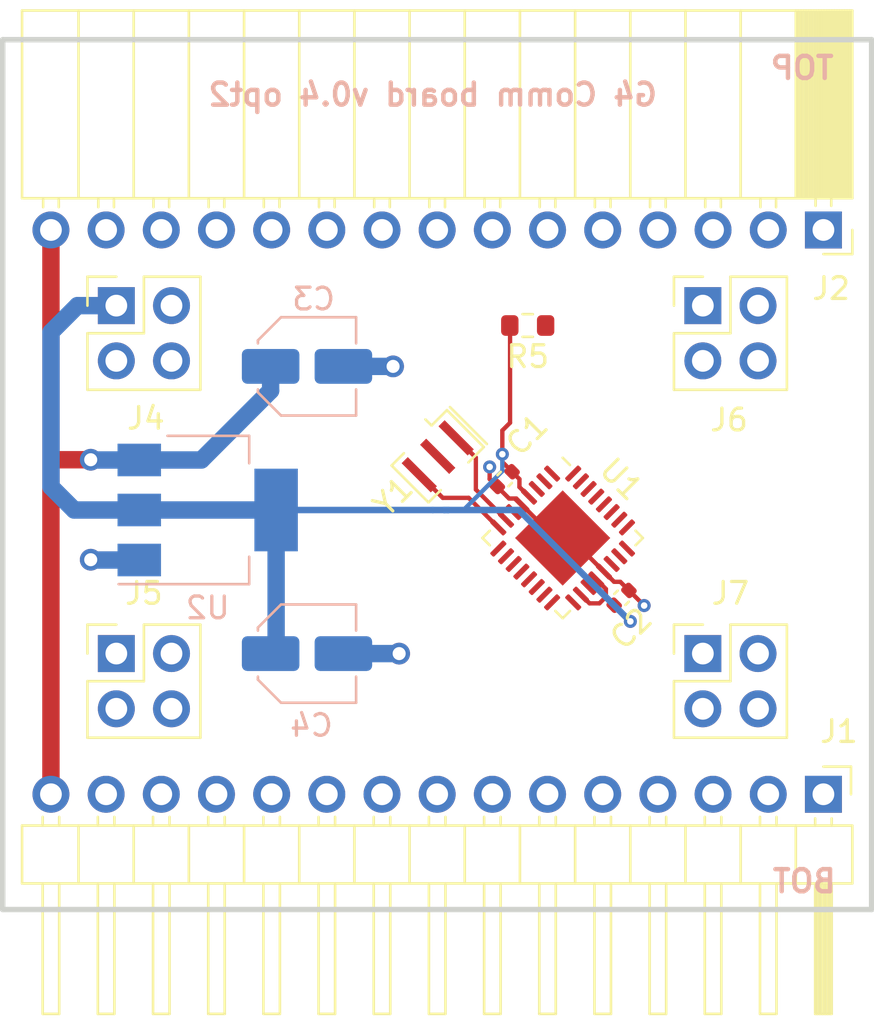
<source format=kicad_pcb>
(kicad_pcb (version 20221018) (generator pcbnew)
  (layers (0 "F.Cu" signal) (1 "In1.Cu" signal) (2 "In2.Cu" signal) (31 "B.Cu" signal) (34 "B.Paste" user) (35 "F.Paste" user) (36 "B.SilkS" user "B.Silkscreen") (37 "F.SilkS" user "F.Silkscreen") (38 "B.Mask" user) (39 "F.Mask" user) (44 "Edge.Cuts" user))
  (net 0 "")
  (net 1 "+5V")
  (net 2 "/B0_CS0")
  (net 3 "/B0_CS1")
  (net 4 "/B0_CS2")
  (net 5 "/B0_CS3")
  (net 6 "/B0_CS4")
  (net 7 "/B0_CS5")
  (net 8 "/B0_CS6")
  (net 9 "/B0_CS7")
  (net 10 "/B0_MISO")
  (net 11 "/B0_MOSI")
  (net 12 "/B0_SCK")
  (net 13 "/B1_CS0")
  (net 14 "/B1_CS1")
  (net 15 "/B1_CS2")
  (net 16 "/B1_CS3")
  (net 17 "/B1_MISO")
  (net 18 "/B1_MOSI")
  (net 19 "/B1_SCK")
  (net 20 "/EXT_INT0")
  (net 21 "/RESET_DRV0")
  (net 22 "/RESET_DRV1")
  (net 23 "/RESET_DRV2")
  (net 24 "/RESET_DRV3")
  (net 25 "/RESET_MSTR")
  (net 26 "/XTAL1")
  (net 27 "/XTAL2")
  (net 28 "GND")
  (net 41 "/VIN")
  (footprint "Connector_PinSocket_2.54mm:PinSocket_2x02_P2.54mm_Vertical" (layer "F.Cu") (at 57.77 62.23)
    (fp_text reference "J4" (at -1.1788 5.1816) (layer "F.SilkS"))
    (fp_text value "2x2 socket")
    (fp_line (start -3.87 -1.33) (end -3.87 0) (stroke (width 0.12)) (layer "F.SilkS"))
    (fp_line (start -3.87 1.27) (end -3.87 3.87) (stroke (width 0.12)) (layer "F.SilkS"))
    (fp_line (start -2.54 -1.33) (end -3.87 -1.33) (stroke (width 0.12)) (layer "F.SilkS"))
    (fp_line (start -1.27 -1.33) (end -1.27 1.27) (stroke (width 0.12)) (layer "F.SilkS"))
    (fp_line (start -1.27 1.27) (end -3.87 1.27) (stroke (width 0.12)) (layer "F.SilkS"))
    (fp_line (start 1.33 -1.33) (end -1.27 -1.33) (stroke (width 0.12)) (layer "F.SilkS"))
    (fp_line (start 1.33 -1.33) (end 1.33 3.87) (stroke (width 0.12)) (layer "F.SilkS"))
    (fp_line (start 1.33 3.87) (end -3.87 3.87) (stroke (width 0.12)) (layer "F.SilkS"))
    (pad "1" thru_hole rect (at -2.54 0) (size 1.7 1.7) (drill 1) (layers "*.Cu" "*.Mask") (net 1 "+5V"))
    (pad "2" thru_hole oval (at 0 0) (size 1.7 1.7) (drill 1) (layers "*.Cu" "*.Mask") (net 13 "/B1_CS0"))
    (pad "3" thru_hole oval (at -2.54 2.54) (size 1.7 1.7) (drill 1) (layers "*.Cu" "*.Mask") (net 19 "/B1_SCK"))
    (pad "4" thru_hole oval (at 0 2.54) (size 1.7 1.7) (drill 1) (layers "*.Cu" "*.Mask") (net 21 "/RESET_DRV0"))
  )
  (footprint "Connector_PinSocket_2.54mm:PinSocket_2x02_P2.54mm_Vertical" (layer "F.Cu") (at 84.77 62.23)
    (fp_text reference "J6" (at -1.331 5.2578) (layer "F.SilkS"))
    (fp_text value "2x2 socket")
    (fp_line (start -3.87 -1.33) (end -3.87 0) (stroke (width 0.12)) (layer "F.SilkS"))
    (fp_line (start -3.87 1.27) (end -3.87 3.87) (stroke (width 0.12)) (layer "F.SilkS"))
    (fp_line (start -2.54 -1.33) (end -3.87 -1.33) (stroke (width 0.12)) (layer "F.SilkS"))
    (fp_line (start -1.27 -1.33) (end -1.27 1.27) (stroke (width 0.12)) (layer "F.SilkS"))
    (fp_line (start -1.27 1.27) (end -3.87 1.27) (stroke (width 0.12)) (layer "F.SilkS"))
    (fp_line (start 1.33 -1.33) (end -1.27 -1.33) (stroke (width 0.12)) (layer "F.SilkS"))
    (fp_line (start 1.33 -1.33) (end 1.33 3.87) (stroke (width 0.12)) (layer "F.SilkS"))
    (fp_line (start 1.33 3.87) (end -3.87 3.87) (stroke (width 0.12)) (layer "F.SilkS"))
    (pad "1" thru_hole rect (at -2.54 0) (size 1.7 1.7) (drill 1) (layers "*.Cu" "*.Mask") (net 18 "/B1_MOSI"))
    (pad "2" thru_hole oval (at 0 0) (size 1.7 1.7) (drill 1) (layers "*.Cu" "*.Mask"))
    (pad "3" thru_hole oval (at -2.54 2.54) (size 1.7 1.7) (drill 1) (layers "*.Cu" "*.Mask") (net 15 "/B1_CS2"))
    (pad "4" thru_hole oval (at 0 2.54) (size 1.7 1.7) (drill 1) (layers "*.Cu" "*.Mask") (net 23 "/RESET_DRV2"))
  )
  (footprint "Connector_PinSocket_2.54mm:PinSocket_2x02_P2.54mm_Vertical" (layer "F.Cu") (at 57.77 78.23)
    (fp_text reference "J5" (at -1.27 -2.77) (layer "F.SilkS"))
    (fp_text value "2x2 socket")
    (fp_line (start -3.87 -1.33) (end -3.87 0) (stroke (width 0.12)) (layer "F.SilkS"))
    (fp_line (start -3.87 1.27) (end -3.87 3.87) (stroke (width 0.12)) (layer "F.SilkS"))
    (fp_line (start -2.54 -1.33) (end -3.87 -1.33) (stroke (width 0.12)) (layer "F.SilkS"))
    (fp_line (start -1.27 -1.33) (end -1.27 1.27) (stroke (width 0.12)) (layer "F.SilkS"))
    (fp_line (start -1.27 1.27) (end -3.87 1.27) (stroke (width 0.12)) (layer "F.SilkS"))
    (fp_line (start 1.33 -1.33) (end -1.27 -1.33) (stroke (width 0.12)) (layer "F.SilkS"))
    (fp_line (start 1.33 -1.33) (end 1.33 3.87) (stroke (width 0.12)) (layer "F.SilkS"))
    (fp_line (start 1.33 3.87) (end -3.87 3.87) (stroke (width 0.12)) (layer "F.SilkS"))
    (pad "1" thru_hole rect (at -2.54 0) (size 1.7 1.7) (drill 1) (layers "*.Cu" "*.Mask") (net 17 "/B1_MISO"))
    (pad "2" thru_hole oval (at 0 0) (size 1.7 1.7) (drill 1) (layers "*.Cu" "*.Mask") (net 14 "/B1_CS1"))
    (pad "3" thru_hole oval (at -2.54 2.54) (size 1.7 1.7) (drill 1) (layers "*.Cu" "*.Mask"))
    (pad "4" thru_hole oval (at 0 2.54) (size 1.7 1.7) (drill 1) (layers "*.Cu" "*.Mask") (net 22 "/RESET_DRV1"))
  )
  (footprint "Connector_PinSocket_2.54mm:PinSocket_2x02_P2.54mm_Vertical" (layer "F.Cu") (at 84.77 78.23)
    (fp_text reference "J7" (at -1.27 -2.77) (layer "F.SilkS"))
    (fp_text value "2x2 socket")
    (fp_line (start -3.87 -1.33) (end -3.87 0) (stroke (width 0.12)) (layer "F.SilkS"))
    (fp_line (start -3.87 1.27) (end -3.87 3.87) (stroke (width 0.12)) (layer "F.SilkS"))
    (fp_line (start -2.54 -1.33) (end -3.87 -1.33) (stroke (width 0.12)) (layer "F.SilkS"))
    (fp_line (start -1.27 -1.33) (end -1.27 1.27) (stroke (width 0.12)) (layer "F.SilkS"))
    (fp_line (start -1.27 1.27) (end -3.87 1.27) (stroke (width 0.12)) (layer "F.SilkS"))
    (fp_line (start 1.33 -1.33) (end -1.27 -1.33) (stroke (width 0.12)) (layer "F.SilkS"))
    (fp_line (start 1.33 -1.33) (end 1.33 3.87) (stroke (width 0.12)) (layer "F.SilkS"))
    (fp_line (start 1.33 3.87) (end -3.87 3.87) (stroke (width 0.12)) (layer "F.SilkS"))
    (pad "1" thru_hole rect (at -2.54 0) (size 1.7 1.7) (drill 1) (layers "*.Cu" "*.Mask") (net 24 "/RESET_DRV3"))
    (pad "2" thru_hole oval (at 0 0) (size 1.7 1.7) (drill 1) (layers "*.Cu" "*.Mask") (net 16 "/B1_CS3"))
    (pad "3" thru_hole oval (at -2.54 2.54) (size 1.7 1.7) (drill 1) (layers "*.Cu" "*.Mask") (net 28 "GND"))
    (pad "4" thru_hole oval (at 0 2.54) (size 1.7 1.7) (drill 1) (layers "*.Cu" "*.Mask"))
  )
  (footprint "Resistor_SMD:R_0603_1608Metric" (layer "F.Cu") (at 74.168 63.1444 180)
    (fp_text reference "R5" (at 0 -1.43) (layer "F.SilkS"))
    (fp_text value "4.7k")
    (fp_line (start -0.237258 -0.5225) (end 0.237258 -0.5225) (stroke (width 0.12)) (layer "F.SilkS"))
    (fp_line (start -0.237258 0.5225) (end 0.237258 0.5225) (stroke (width 0.12)) (layer "F.SilkS"))
    (pad "1" smd roundrect (at -0.825 0 180) (size 0.8 0.95) (layers "F.Cu" "F.Paste" "F.Mask") (net 25 "/RESET_MSTR"))
    (pad "2" smd roundrect (at 0.825 0 180) (size 0.8 0.95) (layers "F.Cu" "F.Paste" "F.Mask") (net 1 "+5V"))
  )
  (footprint "Connector_PinHeader_2.54mm:PinHeader_1x15_P2.54mm_Horizontal" (layer "F.Cu") (at 87.78 84.7 -90)
    (fp_text reference "J1" (at -2.8866 -0.7136) (layer "F.SilkS"))
    (fp_text value "1x15 header")
    (fp_line (start -1.27 -1.27) (end 0 -1.27) (stroke (width 0.12)) (layer "F.SilkS"))
    (fp_line (start -1.27 0) (end -1.27 -1.27) (stroke (width 0.12)) (layer "F.SilkS"))
    (fp_line (start 1.042929 2.16) (end 1.44 2.16) (stroke (width 0.12)) (layer "F.SilkS"))
    (fp_line (start 1.042929 2.92) (end 1.44 2.92) (stroke (width 0.12)) (layer "F.SilkS"))
    (fp_line (start 1.042929 4.7) (end 1.44 4.7) (stroke (width 0.12)) (layer "F.SilkS"))
    (fp_line (start 1.042929 5.46) (end 1.44 5.46) (stroke (width 0.12)) (layer "F.SilkS"))
    (fp_line (start 1.042929 7.24) (end 1.44 7.24) (stroke (width 0.12)) (layer "F.SilkS"))
    (fp_line (start 1.042929 8) (end 1.44 8) (stroke (width 0.12)) (layer "F.SilkS"))
    (fp_line (start 1.042929 9.78) (end 1.44 9.78) (stroke (width 0.12)) (layer "F.SilkS"))
    (fp_line (start 1.042929 10.54) (end 1.44 10.54) (stroke (width 0.12)) (layer "F.SilkS"))
    (fp_line (start 1.042929 12.32) (end 1.44 12.32) (stroke (width 0.12)) (layer "F.SilkS"))
    (fp_line (start 1.042929 13.08) (end 1.44 13.08) (stroke (width 0.12)) (layer "F.SilkS"))
    (fp_line (start 1.042929 14.86) (end 1.44 14.86) (stroke (width 0.12)) (layer "F.SilkS"))
    (fp_line (start 1.042929 15.62) (end 1.44 15.62) (stroke (width 0.12)) (layer "F.SilkS"))
    (fp_line (start 1.042929 17.4) (end 1.44 17.4) (stroke (width 0.12)) (layer "F.SilkS"))
    (fp_line (start 1.042929 18.16) (end 1.44 18.16) (stroke (width 0.12)) (layer "F.SilkS"))
    (fp_line (start 1.042929 19.94) (end 1.44 19.94) (stroke (width 0.12)) (layer "F.SilkS"))
    (fp_line (start 1.042929 20.7) (end 1.44 20.7) (stroke (width 0.12)) (layer "F.SilkS"))
    (fp_line (start 1.042929 22.48) (end 1.44 22.48) (stroke (width 0.12)) (layer "F.SilkS"))
    (fp_line (start 1.042929 23.24) (end 1.44 23.24) (stroke (width 0.12)) (layer "F.SilkS"))
    (fp_line (start 1.042929 25.02) (end 1.44 25.02) (stroke (width 0.12)) (layer "F.SilkS"))
    (fp_line (start 1.042929 25.78) (end 1.44 25.78) (stroke (width 0.12)) (layer "F.SilkS"))
    (fp_line (start 1.042929 27.56) (end 1.44 27.56) (stroke (width 0.12)) (layer "F.SilkS"))
    (fp_line (start 1.042929 28.32) (end 1.44 28.32) (stroke (width 0.12)) (layer "F.SilkS"))
    (fp_line (start 1.042929 30.1) (end 1.44 30.1) (stroke (width 0.12)) (layer "F.SilkS"))
    (fp_line (start 1.042929 30.86) (end 1.44 30.86) (stroke (width 0.12)) (layer "F.SilkS"))
    (fp_line (start 1.042929 32.64) (end 1.44 32.64) (stroke (width 0.12)) (layer "F.SilkS"))
    (fp_line (start 1.042929 33.4) (end 1.44 33.4) (stroke (width 0.12)) (layer "F.SilkS"))
    (fp_line (start 1.042929 35.18) (end 1.44 35.18) (stroke (width 0.12)) (layer "F.SilkS"))
    (fp_line (start 1.042929 35.94) (end 1.44 35.94) (stroke (width 0.12)) (layer "F.SilkS"))
    (fp_line (start 1.11 -0.38) (end 1.44 -0.38) (stroke (width 0.12)) (layer "F.SilkS"))
    (fp_line (start 1.11 0.38) (end 1.44 0.38) (stroke (width 0.12)) (layer "F.SilkS"))
    (fp_line (start 1.44 -1.33) (end 1.44 36.89) (stroke (width 0.12)) (layer "F.SilkS"))
    (fp_line (start 1.44 1.27) (end 4.1 1.27) (stroke (width 0.12)) (layer "F.SilkS"))
    (fp_line (start 1.44 3.81) (end 4.1 3.81) (stroke (width 0.12)) (layer "F.SilkS"))
    (fp_line (start 1.44 6.35) (end 4.1 6.35) (stroke (width 0.12)) (layer "F.SilkS"))
    (fp_line (start 1.44 8.89) (end 4.1 8.89) (stroke (width 0.12)) (layer "F.SilkS"))
    (fp_line (start 1.44 11.43) (end 4.1 11.43) (stroke (width 0.12)) (layer "F.SilkS"))
    (fp_line (start 1.44 13.97) (end 4.1 13.97) (stroke (width 0.12)) (layer "F.SilkS"))
    (fp_line (start 1.44 16.51) (end 4.1 16.51) (stroke (width 0.12)) (layer "F.SilkS"))
    (fp_line (start 1.44 19.05) (end 4.1 19.05) (stroke (width 0.12)) (layer "F.SilkS"))
    (fp_line (start 1.44 21.59) (end 4.1 21.59) (stroke (width 0.12)) (layer "F.SilkS"))
    (fp_line (start 1.44 24.13) (end 4.1 24.13) (stroke (width 0.12)) (layer "F.SilkS"))
    (fp_line (start 1.44 26.67) (end 4.1 26.67) (stroke (width 0.12)) (layer "F.SilkS"))
    (fp_line (start 1.44 29.21) (end 4.1 29.21) (stroke (width 0.12)) (layer "F.SilkS"))
    (fp_line (start 1.44 31.75) (end 4.1 31.75) (stroke (width 0.12)) (layer "F.SilkS"))
    (fp_line (start 1.44 34.29) (end 4.1 34.29) (stroke (width 0.12)) (layer "F.SilkS"))
    (fp_line (start 1.44 36.89) (end 4.1 36.89) (stroke (width 0.12)) (layer "F.SilkS"))
    (fp_line (start 4.1 -1.33) (end 1.44 -1.33) (stroke (width 0.12)) (layer "F.SilkS"))
    (fp_line (start 4.1 -0.38) (end 10.1 -0.38) (stroke (width 0.12)) (layer "F.SilkS"))
    (fp_line (start 4.1 -0.32) (end 10.1 -0.32) (stroke (width 0.12)) (layer "F.SilkS"))
    (fp_line (start 4.1 -0.2) (end 10.1 -0.2) (stroke (width 0.12)) (layer "F.SilkS"))
    (fp_line (start 4.1 -0.08) (end 10.1 -0.08) (stroke (width 0.12)) (layer "F.SilkS"))
    (fp_line (start 4.1 0.04) (end 10.1 0.04) (stroke (width 0.12)) (layer "F.SilkS"))
    (fp_line (start 4.1 0.16) (end 10.1 0.16) (stroke (width 0.12)) (layer "F.SilkS"))
    (fp_line (start 4.1 0.28) (end 10.1 0.28) (stroke (width 0.12)) (layer "F.SilkS"))
    (fp_line (start 4.1 2.16) (end 10.1 2.16) (stroke (width 0.12)) (layer "F.SilkS"))
    (fp_line (start 4.1 4.7) (end 10.1 4.7) (stroke (width 0.12)) (layer "F.SilkS"))
    (fp_line (start 4.1 7.24) (end 10.1 7.24) (stroke (width 0.12)) (layer "F.SilkS"))
    (fp_line (start 4.1 9.78) (end 10.1 9.78) (stroke (width 0.12)) (layer "F.SilkS"))
    (fp_line (start 4.1 12.32) (end 10.1 12.32) (stroke (width 0.12)) (layer "F.SilkS"))
    (fp_line (start 4.1 14.86) (end 10.1 14.86) (stroke (width 0.12)) (layer "F.SilkS"))
    (fp_line (start 4.1 17.4) (end 10.1 17.4) (stroke (width 0.12)) (layer "F.SilkS"))
    (fp_line (start 4.1 19.94) (end 10.1 19.94) (stroke (width 0.12)) (layer "F.SilkS"))
    (fp_line (start 4.1 22.48) (end 10.1 22.48) (stroke (width 0.12)) (layer "F.SilkS"))
    (fp_line (start 4.1 25.02) (end 10.1 25.02) (stroke (width 0.12)) (layer "F.SilkS"))
    (fp_line (start 4.1 27.56) (end 10.1 27.56) (stroke (width 0.12)) (layer "F.SilkS"))
    (fp_line (start 4.1 30.1) (end 10.1 30.1) (stroke (width 0.12)) (layer "F.SilkS"))
    (fp_line (start 4.1 32.64) (end 10.1 32.64) (stroke (width 0.12)) (layer "F.SilkS"))
    (fp_line (start 4.1 35.18) (end 10.1 35.18) (stroke (width 0.12)) (layer "F.SilkS"))
    (fp_line (start 4.1 36.89) (end 4.1 -1.33) (stroke (width 0.12)) (layer "F.SilkS"))
    (fp_line (start 10.1 -0.38) (end 10.1 0.38) (stroke (width 0.12)) (layer "F.SilkS"))
    (fp_line (start 10.1 0.38) (end 4.1 0.38) (stroke (width 0.12)) (layer "F.SilkS"))
    (fp_line (start 10.1 2.16) (end 10.1 2.92) (stroke (width 0.12)) (layer "F.SilkS"))
    (fp_line (start 10.1 2.92) (end 4.1 2.92) (stroke (width 0.12)) (layer "F.SilkS"))
    (fp_line (start 10.1 4.7) (end 10.1 5.46) (stroke (width 0.12)) (layer "F.SilkS"))
    (fp_line (start 10.1 5.46) (end 4.1 5.46) (stroke (width 0.12)) (layer "F.SilkS"))
    (fp_line (start 10.1 7.24) (end 10.1 8) (stroke (width 0.12)) (layer "F.SilkS"))
    (fp_line (start 10.1 8) (end 4.1 8) (stroke (width 0.12)) (layer "F.SilkS"))
    (fp_line (start 10.1 9.78) (end 10.1 10.54) (stroke (width 0.12)) (layer "F.SilkS"))
    (fp_line (start 10.1 10.54) (end 4.1 10.54) (stroke (width 0.12)) (layer "F.SilkS"))
    (fp_line (start 10.1 12.32) (end 10.1 13.08) (stroke (width 0.12)) (layer "F.SilkS"))
    (fp_line (start 10.1 13.08) (end 4.1 13.08) (stroke (width 0.12)) (layer "F.SilkS"))
    (fp_line (start 10.1 14.86) (end 10.1 15.62) (stroke (width 0.12)) (layer "F.SilkS"))
    (fp_line (start 10.1 15.62) (end 4.1 15.62) (stroke (width 0.12)) (layer "F.SilkS"))
    (fp_line (start 10.1 17.4) (end 10.1 18.16) (stroke (width 0.12)) (layer "F.SilkS"))
    (fp_line (start 10.1 18.16) (end 4.1 18.16) (stroke (width 0.12)) (layer "F.SilkS"))
    (fp_line (start 10.1 19.94) (end 10.1 20.7) (stroke (width 0.12)) (layer "F.SilkS"))
    (fp_line (start 10.1 20.7) (end 4.1 20.7) (stroke (width 0.12)) (layer "F.SilkS"))
    (fp_line (start 10.1 22.48) (end 10.1 23.24) (stroke (width 0.12)) (layer "F.SilkS"))
    (fp_line (start 10.1 23.24) (end 4.1 23.24) (stroke (width 0.12)) (layer "F.SilkS"))
    (fp_line (start 10.1 25.02) (end 10.1 25.78) (stroke (width 0.12)) (layer "F.SilkS"))
    (fp_line (start 10.1 25.78) (end 4.1 25.78) (stroke (width 0.12)) (layer "F.SilkS"))
    (fp_line (start 10.1 27.56) (end 10.1 28.32) (stroke (width 0.12)) (layer "F.SilkS"))
    (fp_line (start 10.1 28.32) (end 4.1 28.32) (stroke (width 0.12)) (layer "F.SilkS"))
    (fp_line (start 10.1 30.1) (end 10.1 30.86) (stroke (width 0.12)) (layer "F.SilkS"))
    (fp_line (start 10.1 30.86) (end 4.1 30.86) (stroke (width 0.12)) (layer "F.SilkS"))
    (fp_line (start 10.1 32.64) (end 10.1 33.4) (stroke (width 0.12)) (layer "F.SilkS"))
    (fp_line (start 10.1 33.4) (end 4.1 33.4) (stroke (width 0.12)) (layer "F.SilkS"))
    (fp_line (start 10.1 35.18) (end 10.1 35.94) (stroke (width 0.12)) (layer "F.SilkS"))
    (fp_line (start 10.1 35.94) (end 4.1 35.94) (stroke (width 0.12)) (layer "F.SilkS"))
    (pad "1" thru_hole rect (at 0 0 270) (size 1.7 1.7) (drill 1) (layers "*.Cu" "*.Mask") (net 20 "/EXT_INT0"))
    (pad "2" thru_hole oval (at 0 2.54 270) (size 1.7 1.7) (drill 1) (layers "*.Cu" "*.Mask") (net 9 "/B0_CS7"))
    (pad "3" thru_hole oval (at 0 5.08 270) (size 1.7 1.7) (drill 1) (layers "*.Cu" "*.Mask") (net 8 "/B0_CS6"))
    (pad "4" thru_hole oval (at 0 7.62 270) (size 1.7 1.7) (drill 1) (layers "*.Cu" "*.Mask") (net 7 "/B0_CS5"))
    (pad "5" thru_hole oval (at 0 10.16 270) (size 1.7 1.7) (drill 1) (layers "*.Cu" "*.Mask") (net 6 "/B0_CS4"))
    (pad "6" thru_hole oval (at 0 12.7 270) (size 1.7 1.7) (drill 1) (layers "*.Cu" "*.Mask") (net 5 "/B0_CS3"))
    (pad "7" thru_hole oval (at 0 15.24 270) (size 1.7 1.7) (drill 1) (layers "*.Cu" "*.Mask") (net 4 "/B0_CS2"))
    (pad "8" thru_hole oval (at 0 17.78 270) (size 1.7 1.7) (drill 1) (layers "*.Cu" "*.Mask") (net 3 "/B0_CS1"))
    (pad "9" thru_hole oval (at 0 20.32 270) (size 1.7 1.7) (drill 1) (layers "*.Cu" "*.Mask") (net 2 "/B0_CS0"))
    (pad "10" thru_hole oval (at 0 22.86 270) (size 1.7 1.7) (drill 1) (layers "*.Cu" "*.Mask") (net 10 "/B0_MISO"))
    (pad "11" thru_hole oval (at 0 25.4 270) (size 1.7 1.7) (drill 1) (layers "*.Cu" "*.Mask") (net 11 "/B0_MOSI"))
    (pad "12" thru_hole oval (at 0 27.94 270) (size 1.7 1.7) (drill 1) (layers "*.Cu" "*.Mask") (net 12 "/B0_SCK"))
    (pad "13" thru_hole oval (at 0 30.48 270) (size 1.7 1.7) (drill 1) (layers "*.Cu" "*.Mask") (net 25 "/RESET_MSTR"))
    (pad "14" thru_hole oval (at 0 33.02 270) (size 1.7 1.7) (drill 1) (layers "*.Cu" "*.Mask") (net 28 "GND"))
    (pad "15" thru_hole oval (at 0 35.56 270) (size 1.7 1.7) (drill 1) (layers "*.Cu" "*.Mask") (net 41 "/VIN"))
  )
  (footprint "Capacitor_SMD:C_0402_1005Metric" (layer "F.Cu") (at 78.4871 75.6662 45)
    (fp_text reference "C2" (at -0.693798 1.315219 45) (layer "F.SilkS"))
    (fp_text value "1uF")
    (fp_line (start -0.107836 -0.36) (end 0.107836 -0.36) (stroke (width 0.12)) (layer "F.SilkS"))
    (fp_line (start -0.107836 0.36) (end 0.107836 0.36) (stroke (width 0.12)) (layer "F.SilkS"))
    (pad "1" smd roundrect (at -0.48 0 45) (size 0.56 0.62) (layers "F.Cu" "F.Paste" "F.Mask") (net 1 "+5V"))
    (pad "2" smd roundrect (at 0.48 0 45) (size 0.56 0.62) (layers "F.Cu" "F.Paste" "F.Mask") (net 28 "GND"))
  )
  (footprint "Connector_PinSocket_2.54mm:PinSocket_1x15_P2.54mm_Horizontal" (layer "F.Cu") (at 87.78 58.75 -90)
    (fp_text reference "J2" (at 2.6926 -0.358 -180) (layer "F.SilkS"))
    (fp_text value "1x15 socket")
    (fp_line (start -10.09 -1.33) (end -10.09 36.89) (stroke (width 0.12)) (layer "F.SilkS"))
    (fp_line (start -10.09 -1.33) (end -1.46 -1.33) (stroke (width 0.12)) (layer "F.SilkS"))
    (fp_line (start -10.09 -1.21) (end -1.46 -1.21) (stroke (width 0.12)) (layer "F.SilkS"))
    (fp_line (start -10.09 -1.091905) (end -1.46 -1.091905) (stroke (width 0.12)) (layer "F.SilkS"))
    (fp_line (start -10.09 -0.97381) (end -1.46 -0.97381) (stroke (width 0.12)) (layer "F.SilkS"))
    (fp_line (start -10.09 -0.855715) (end -1.46 -0.855715) (stroke (width 0.12)) (layer "F.SilkS"))
    (fp_line (start -10.09 -0.73762) (end -1.46 -0.73762) (stroke (width 0.12)) (layer "F.SilkS"))
    (fp_line (start -10.09 -0.619525) (end -1.46 -0.619525) (stroke (width 0.12)) (layer "F.SilkS"))
    (fp_line (start -10.09 -0.50143) (end -1.46 -0.50143) (stroke (width 0.12)) (layer "F.SilkS"))
    (fp_line (start -10.09 -0.383335) (end -1.46 -0.383335) (stroke (width 0.12)) (layer "F.SilkS"))
    (fp_line (start -10.09 -0.26524) (end -1.46 -0.26524) (stroke (width 0.12)) (layer "F.SilkS"))
    (fp_line (start -10.09 -0.147145) (end -1.46 -0.147145) (stroke (width 0.12)) (layer "F.SilkS"))
    (fp_line (start -10.09 -0.02905) (end -1.46 -0.02905) (stroke (width 0.12)) (layer "F.SilkS"))
    (fp_line (start -10.09 0.089045) (end -1.46 0.089045) (stroke (width 0.12)) (layer "F.SilkS"))
    (fp_line (start -10.09 0.20714) (end -1.46 0.20714) (stroke (width 0.12)) (layer "F.SilkS"))
    (fp_line (start -10.09 0.325235) (end -1.46 0.325235) (stroke (width 0.12)) (layer "F.SilkS"))
    (fp_line (start -10.09 0.44333) (end -1.46 0.44333) (stroke (width 0.12)) (layer "F.SilkS"))
    (fp_line (start -10.09 0.561425) (end -1.46 0.561425) (stroke (width 0.12)) (layer "F.SilkS"))
    (fp_line (start -10.09 0.67952) (end -1.46 0.67952) (stroke (width 0.12)) (layer "F.SilkS"))
    (fp_line (start -10.09 0.797615) (end -1.46 0.797615) (stroke (width 0.12)) (layer "F.SilkS"))
    (fp_line (start -10.09 0.91571) (end -1.46 0.91571) (stroke (width 0.12)) (layer "F.SilkS"))
    (fp_line (start -10.09 1.033805) (end -1.46 1.033805) (stroke (width 0.12)) (layer "F.SilkS"))
    (fp_line (start -10.09 1.1519) (end -1.46 1.1519) (stroke (width 0.12)) (layer "F.SilkS"))
    (fp_line (start -10.09 1.27) (end -1.46 1.27) (stroke (width 0.12)) (layer "F.SilkS"))
    (fp_line (start -10.09 3.81) (end -1.46 3.81) (stroke (width 0.12)) (layer "F.SilkS"))
    (fp_line (start -10.09 6.35) (end -1.46 6.35) (stroke (width 0.12)) (layer "F.SilkS"))
    (fp_line (start -10.09 8.89) (end -1.46 8.89) (stroke (width 0.12)) (layer "F.SilkS"))
    (fp_line (start -10.09 11.43) (end -1.46 11.43) (stroke (width 0.12)) (layer "F.SilkS"))
    (fp_line (start -10.09 13.97) (end -1.46 13.97) (stroke (width 0.12)) (layer "F.SilkS"))
    (fp_line (start -10.09 16.51) (end -1.46 16.51) (stroke (width 0.12)) (layer "F.SilkS"))
    (fp_line (start -10.09 19.05) (end -1.46 19.05) (stroke (width 0.12)) (layer "F.SilkS"))
    (fp_line (start -10.09 21.59) (end -1.46 21.59) (stroke (width 0.12)) (layer "F.SilkS"))
    (fp_line (start -10.09 24.13) (end -1.46 24.13) (stroke (width 0.12)) (layer "F.SilkS"))
    (fp_line (start -10.09 26.67) (end -1.46 26.67) (stroke (width 0.12)) (layer "F.SilkS"))
    (fp_line (start -10.09 29.21) (end -1.46 29.21) (stroke (width 0.12)) (layer "F.SilkS"))
    (fp_line (start -10.09 31.75) (end -1.46 31.75) (stroke (width 0.12)) (layer "F.SilkS"))
    (fp_line (start -10.09 34.29) (end -1.46 34.29) (stroke (width 0.12)) (layer "F.SilkS"))
    (fp_line (start -10.09 36.89) (end -1.46 36.89) (stroke (width 0.12)) (layer "F.SilkS"))
    (fp_line (start -1.46 -1.33) (end -1.46 36.89) (stroke (width 0.12)) (layer "F.SilkS"))
    (fp_line (start -1.46 -0.36) (end -1.11 -0.36) (stroke (width 0.12)) (layer "F.SilkS"))
    (fp_line (start -1.46 0.36) (end -1.11 0.36) (stroke (width 0.12)) (layer "F.SilkS"))
    (fp_line (start -1.46 2.18) (end -1.05 2.18) (stroke (width 0.12)) (layer "F.SilkS"))
    (fp_line (start -1.46 2.9) (end -1.05 2.9) (stroke (width 0.12)) (layer "F.SilkS"))
    (fp_line (start -1.46 4.72) (end -1.05 4.72) (stroke (width 0.12)) (layer "F.SilkS"))
    (fp_line (start -1.46 5.44) (end -1.05 5.44) (stroke (width 0.12)) (layer "F.SilkS"))
    (fp_line (start -1.46 7.26) (end -1.05 7.26) (stroke (width 0.12)) (layer "F.SilkS"))
    (fp_line (start -1.46 7.98) (end -1.05 7.98) (stroke (width 0.12)) (layer "F.SilkS"))
    (fp_line (start -1.46 9.8) (end -1.05 9.8) (stroke (width 0.12)) (layer "F.SilkS"))
    (fp_line (start -1.46 10.52) (end -1.05 10.52) (stroke (width 0.12)) (layer "F.SilkS"))
    (fp_line (start -1.46 12.34) (end -1.05 12.34) (stroke (width 0.12)) (layer "F.SilkS"))
    (fp_line (start -1.46 13.06) (end -1.05 13.06) (stroke (width 0.12)) (layer "F.SilkS"))
    (fp_line (start -1.46 14.88) (end -1.05 14.88) (stroke (width 0.12)) (layer "F.SilkS"))
    (fp_line (start -1.46 15.6) (end -1.05 15.6) (stroke (width 0.12)) (layer "F.SilkS"))
    (fp_line (start -1.46 17.42) (end -1.05 17.42) (stroke (width 0.12)) (layer "F.SilkS"))
    (fp_line (start -1.46 18.14) (end -1.05 18.14) (stroke (width 0.12)) (layer "F.SilkS"))
    (fp_line (start -1.46 19.96) (end -1.05 19.96) (stroke (width 0.12)) (layer "F.SilkS"))
    (fp_line (start -1.46 20.68) (end -1.05 20.68) (stroke (width 0.12)) (layer "F.SilkS"))
    (fp_line (start -1.46 22.5) (end -1.05 22.5) (stroke (width 0.12)) (layer "F.SilkS"))
    (fp_line (start -1.46 23.22) (end -1.05 23.22) (stroke (width 0.12)) (layer "F.SilkS"))
    (fp_line (start -1.46 25.04) (end -1.05 25.04) (stroke (width 0.12)) (layer "F.SilkS"))
    (fp_line (start -1.46 25.76) (end -1.05 25.76) (stroke (width 0.12)) (layer "F.SilkS"))
    (fp_line (start -1.46 27.58) (end -1.05 27.58) (stroke (width 0.12)) (layer "F.SilkS"))
    (fp_line (start -1.46 28.3) (end -1.05 28.3) (stroke (width 0.12)) (layer "F.SilkS"))
    (fp_line (start -1.46 30.12) (end -1.05 30.12) (stroke (width 0.12)) (layer "F.SilkS"))
    (fp_line (start -1.46 30.84) (end -1.05 30.84) (stroke (width 0.12)) (layer "F.SilkS"))
    (fp_line (start -1.46 32.66) (end -1.05 32.66) (stroke (width 0.12)) (layer "F.SilkS"))
    (fp_line (start -1.46 33.38) (end -1.05 33.38) (stroke (width 0.12)) (layer "F.SilkS"))
    (fp_line (start -1.46 35.2) (end -1.05 35.2) (stroke (width 0.12)) (layer "F.SilkS"))
    (fp_line (start -1.46 35.92) (end -1.05 35.92) (stroke (width 0.12)) (layer "F.SilkS"))
    (fp_line (start 0 -1.33) (end 1.11 -1.33) (stroke (width 0.12)) (layer "F.SilkS"))
    (fp_line (start 1.11 -1.33) (end 1.11 0) (stroke (width 0.12)) (layer "F.SilkS"))
    (pad "1" thru_hole rect (at 0 0 270) (size 1.7 1.7) (drill 1) (layers "*.Cu" "*.Mask") (net 20 "/EXT_INT0"))
    (pad "2" thru_hole oval (at 0 2.54 270) (size 1.7 1.7) (drill 1) (layers "*.Cu" "*.Mask"))
    (pad "3" thru_hole oval (at 0 5.08 270) (size 1.7 1.7) (drill 1) (layers "*.Cu" "*.Mask") (net 9 "/B0_CS7"))
    (pad "4" thru_hole oval (at 0 7.62 270) (size 1.7 1.7) (drill 1) (layers "*.Cu" "*.Mask") (net 8 "/B0_CS6"))
    (pad "5" thru_hole oval (at 0 10.16 270) (size 1.7 1.7) (drill 1) (layers "*.Cu" "*.Mask") (net 7 "/B0_CS5"))
    (pad "6" thru_hole oval (at 0 12.7 270) (size 1.7 1.7) (drill 1) (layers "*.Cu" "*.Mask") (net 6 "/B0_CS4"))
    (pad "7" thru_hole oval (at 0 15.24 270) (size 1.7 1.7) (drill 1) (layers "*.Cu" "*.Mask") (net 5 "/B0_CS3"))
    (pad "8" thru_hole oval (at 0 17.78 270) (size 1.7 1.7) (drill 1) (layers "*.Cu" "*.Mask") (net 4 "/B0_CS2"))
    (pad "9" thru_hole oval (at 0 20.32 270) (size 1.7 1.7) (drill 1) (layers "*.Cu" "*.Mask") (net 3 "/B0_CS1"))
    (pad "10" thru_hole oval (at 0 22.86 270) (size 1.7 1.7) (drill 1) (layers "*.Cu" "*.Mask") (net 10 "/B0_MISO"))
    (pad "11" thru_hole oval (at 0 25.4 270) (size 1.7 1.7) (drill 1) (layers "*.Cu" "*.Mask") (net 11 "/B0_MOSI"))
    (pad "12" thru_hole oval (at 0 27.94 270) (size 1.7 1.7) (drill 1) (layers "*.Cu" "*.Mask") (net 12 "/B0_SCK"))
    (pad "13" thru_hole oval (at 0 30.48 270) (size 1.7 1.7) (drill 1) (layers "*.Cu" "*.Mask") (net 25 "/RESET_MSTR"))
    (pad "14" thru_hole oval (at 0 33.02 270) (size 1.7 1.7) (drill 1) (layers "*.Cu" "*.Mask") (net 28 "GND"))
    (pad "15" thru_hole oval (at 0 35.56 270) (size 1.7 1.7) (drill 1) (layers "*.Cu" "*.Mask") (net 41 "/VIN"))
  )
  (footprint "Package_DFN_QFN:QFN-32-1EP_5x5mm_P0.5mm_EP3.1x3.1mm" (layer "F.Cu") (at 75.7765 72.9151 -45)
    (fp_text reference "U1" (at 0 -3.82 135) (layer "F.SilkS"))
    (fp_text value "ATmega328PB-M")
    (fp_line (start -2.61 2.61) (end -2.61 2.135) (stroke (width 0.12)) (layer "F.SilkS"))
    (fp_line (start -2.135 -2.61) (end -2.61 -2.61) (stroke (width 0.12)) (layer "F.SilkS"))
    (fp_line (start -2.135 2.61) (end -2.61 2.61) (stroke (width 0.12)) (layer "F.SilkS"))
    (fp_line (start 2.135 -2.61) (end 2.61 -2.61) (stroke (width 0.12)) (layer "F.SilkS"))
    (fp_line (start 2.135 2.61) (end 2.61 2.61) (stroke (width 0.12)) (layer "F.SilkS"))
    (fp_line (start 2.61 -2.61) (end 2.61 -2.135) (stroke (width 0.12)) (layer "F.SilkS"))
    (fp_line (start 2.61 2.61) (end 2.61 2.135) (stroke (width 0.12)) (layer "F.SilkS"))
    (pad "1" smd roundrect (at -2.4375 -1.75 315) (size 0.875 0.25) (layers "F.Cu" "F.Paste" "F.Mask") (net 13 "/B1_CS0"))
    (pad "2" smd roundrect (at -2.4375 -1.25 315) (size 0.875 0.25) (layers "F.Cu" "F.Paste" "F.Mask") (net 19 "/B1_SCK"))
    (pad "3" smd roundrect (at -2.4375 -0.75 315) (size 0.875 0.25) (layers "F.Cu" "F.Paste" "F.Mask"))
    (pad "4" smd roundrect (at -2.4375 -0.25 315) (size 0.875 0.25) (layers "F.Cu" "F.Paste" "F.Mask") (net 1 "+5V"))
    (pad "5" smd roundrect (at -2.4375 0.25 315) (size 0.875 0.25) (layers "F.Cu" "F.Paste" "F.Mask") (net 28 "GND"))
    (pad "6" smd roundrect (at -2.4375 0.75 315) (size 0.875 0.25) (layers "F.Cu" "F.Paste" "F.Mask"))
    (pad "7" smd roundrect (at -2.4375 1.25 315) (size 0.875 0.25) (layers "F.Cu" "F.Paste" "F.Mask") (net 26 "/XTAL1"))
    (pad "8" smd roundrect (at -2.4375 1.75 315) (size 0.875 0.25) (layers "F.Cu" "F.Paste" "F.Mask") (net 27 "/XTAL2"))
    (pad "9" smd roundrect (at -1.75 2.4375 315) (size 0.25 0.875) (layers "F.Cu" "F.Paste" "F.Mask") (net 14 "/B1_CS1"))
    (pad "10" smd roundrect (at -1.25 2.4375 315) (size 0.25 0.875) (layers "F.Cu" "F.Paste" "F.Mask") (net 15 "/B1_CS2"))
    (pad "11" smd roundrect (at -0.75 2.4375 315) (size 0.25 0.875) (layers "F.Cu" "F.Paste" "F.Mask") (net 16 "/B1_CS3"))
    (pad "12" smd roundrect (at -0.25 2.4375 315) (size 0.25 0.875) (layers "F.Cu" "F.Paste" "F.Mask"))
    (pad "13" smd roundrect (at 0.25 2.4375 315) (size 0.25 0.875) (layers "F.Cu" "F.Paste" "F.Mask"))
    (pad "14" smd roundrect (at 0.75 2.4375 315) (size 0.25 0.875) (layers "F.Cu" "F.Paste" "F.Mask") (net 2 "/B0_CS0"))
    (pad "15" smd roundrect (at 1.25 2.4375 315) (size 0.25 0.875) (layers "F.Cu" "F.Paste" "F.Mask") (net 11 "/B0_MOSI"))
    (pad "16" smd roundrect (at 1.75 2.4375 315) (size 0.25 0.875) (layers "F.Cu" "F.Paste" "F.Mask") (net 10 "/B0_MISO"))
    (pad "17" smd roundrect (at 2.4375 1.75 315) (size 0.875 0.25) (layers "F.Cu" "F.Paste" "F.Mask") (net 12 "/B0_SCK"))
    (pad "18" smd roundrect (at 2.4375 1.25 315) (size 0.875 0.25) (layers "F.Cu" "F.Paste" "F.Mask") (net 1 "+5V"))
    (pad "19" smd roundrect (at 2.4375 0.75 315) (size 0.875 0.25) (layers "F.Cu" "F.Paste" "F.Mask"))
    (pad "20" smd roundrect (at 2.4375 0.25 315) (size 0.875 0.25) (layers "F.Cu" "F.Paste" "F.Mask") (net 1 "+5V"))
    (pad "21" smd roundrect (at 2.4375 -0.25 315) (size 0.875 0.25) (layers "F.Cu" "F.Paste" "F.Mask") (net 28 "GND"))
    (pad "22" smd roundrect (at 2.4375 -0.75 315) (size 0.875 0.25) (layers "F.Cu" "F.Paste" "F.Mask"))
    (pad "23" smd roundrect (at 2.4375 -1.25 315) (size 0.875 0.25) (layers "F.Cu" "F.Paste" "F.Mask") (net 21 "/RESET_DRV0"))
    (pad "24" smd roundrect (at 2.4375 -1.75 315) (size 0.875 0.25) (layers "F.Cu" "F.Paste" "F.Mask") (net 22 "/RESET_DRV1"))
    (pad "25" smd roundrect (at 1.75 -2.4375 315) (size 0.25 0.875) (layers "F.Cu" "F.Paste" "F.Mask") (net 23 "/RESET_DRV2"))
    (pad "26" smd roundrect (at 1.25 -2.4375 315) (size 0.25 0.875) (layers "F.Cu" "F.Paste" "F.Mask") (net 24 "/RESET_DRV3"))
    (pad "27" smd roundrect (at 0.75 -2.4375 315) (size 0.25 0.875) (layers "F.Cu" "F.Paste" "F.Mask"))
    (pad "28" smd roundrect (at 0.25 -2.4375 315) (size 0.25 0.875) (layers "F.Cu" "F.Paste" "F.Mask"))
    (pad "29" smd roundrect (at -0.25 -2.4375 315) (size 0.25 0.875) (layers "F.Cu" "F.Paste" "F.Mask") (net 25 "/RESET_MSTR"))
    (pad "30" smd roundrect (at -0.75 -2.4375 315) (size 0.25 0.875) (layers "F.Cu" "F.Paste" "F.Mask") (net 17 "/B1_MISO"))
    (pad "31" smd roundrect (at -1.25 -2.4375 315) (size 0.25 0.875) (layers "F.Cu" "F.Paste" "F.Mask") (net 18 "/B1_MOSI"))
    (pad "32" smd roundrect (at -1.75 -2.4375 315) (size 0.25 0.875) (layers "F.Cu" "F.Paste" "F.Mask") (net 20 "/EXT_INT0"))
    (pad "33" smd rect (at 0 0 315) (size 3.1 3.1) (layers "F.Cu" "F.Mask") (net 28 "GND"))
  )
  (footprint "Capacitor_SMD:C_0402_1005Metric" (layer "F.Cu") (at 73.1071 70.2068 -135)
    (fp_text reference "C1" (at -2.163676 0.711731 45) (layer "F.SilkS"))
    (fp_text value "1uF")
    (fp_line (start -0.107836 -0.36) (end 0.107836 -0.36) (stroke (width 0.12)) (layer "F.SilkS"))
    (fp_line (start -0.107836 0.36) (end 0.107836 0.36) (stroke (width 0.12)) (layer "F.SilkS"))
    (pad "1" smd roundrect (at -0.48 0 225) (size 0.56 0.62) (layers "F.Cu" "F.Paste" "F.Mask") (net 1 "+5V"))
    (pad "2" smd roundrect (at 0.48 0 225) (size 0.56 0.62) (layers "F.Cu" "F.Paste" "F.Mask") (net 28 "GND"))
  )
  (footprint "Crystal:Resonator_SMD_Murata_CSTxExxV-3Pin_3.0x1.1mm" (layer "F.Cu") (at 70.0244 69.1587 -135)
    (fp_text reference "Y1" (at 2.759798 0.141421 45) (layer "F.SilkS"))
    (fp_text value "20MHz")
    (fp_line (start -2 -1.2) (end -2 0.8) (stroke (width 0.12)) (layer "F.SilkS"))
    (fp_line (start -2 0.8) (end -2 1.2) (stroke (width 0.12)) (layer "F.SilkS"))
    (fp_line (start -1.8 -1.2) (end -0.8 -1.2) (stroke (width 0.12)) (layer "F.SilkS"))
    (fp_line (start -1.8 0.8) (end -1.8 -1.2) (stroke (width 0.12)) (layer "F.SilkS"))
    (fp_line (start -1.8 0.8) (end -1.8 1.2) (stroke (width 0.12)) (layer "F.SilkS"))
    (fp_line (start -0.8 1.2) (end -1.8 1.2) (stroke (width 0.12)) (layer "F.SilkS"))
    (fp_line (start -0.8 1.2) (end -0.8 1.6) (stroke (width 0.12)) (layer "F.SilkS"))
    (fp_line (start 1 -1.2) (end 1.8 -1.2) (stroke (width 0.12)) (layer "F.SilkS"))
    (fp_line (start 1.8 -1.2) (end 1.8 0.8) (stroke (width 0.12)) (layer "F.SilkS"))
    (fp_line (start 1.8 0.8) (end 1.8 1.2) (stroke (width 0.12)) (layer "F.SilkS"))
    (fp_line (start 1.8 1.2) (end 1 1.2) (stroke (width 0.12)) (layer "F.SilkS"))
    (pad "1" smd rect (at -1.2 0 225) (size 0.4 1.9) (layers "F.Cu" "F.Paste" "F.Mask") (net 26 "/XTAL1"))
    (pad "2" smd rect (at 0 0 225) (size 0.4 1.9) (layers "F.Cu" "F.Paste" "F.Mask") (net 28 "GND"))
    (pad "3" smd rect (at 1.2 0 225) (size 0.4 1.9) (layers "F.Cu" "F.Paste" "F.Mask") (net 27 "/XTAL2"))
  )
  (footprint "Package_TO_SOT_SMD:SOT-223" (layer "B.Cu") (at 59.436 71.628)
    (fp_text reference "U2" (at 0 4.5) (layer "B.SilkS") (effects (justify mirror)))
    (fp_text value "AZ1117-5.0")
    (fp_line (start -4.1 3.41) (end 1.91 3.41) (stroke (width 0.12)) (layer "B.SilkS"))
    (fp_line (start -1.85 -3.41) (end 1.91 -3.41) (stroke (width 0.12)) (layer "B.SilkS"))
    (fp_line (start 1.91 -3.41) (end 1.91 -2.15) (stroke (width 0.12)) (layer "B.SilkS"))
    (fp_line (start 1.91 3.41) (end 1.91 2.15) (stroke (width 0.12)) (layer "B.SilkS"))
    (pad "1" smd rect (at -3.15 2.3) (size 2 1.5) (layers "B.Cu" "B.Paste" "B.Mask") (net 28 "GND"))
    (pad "2" smd rect (at -3.15 0) (size 2 1.5) (layers "B.Cu" "B.Paste" "B.Mask") (net 1 "+5V"))
    (pad "2" smd rect (at 3.15 0) (size 2 3.8) (layers "B.Cu" "B.Paste" "B.Mask") (net 1 "+5V"))
    (pad "3" smd rect (at -3.15 -2.3) (size 2 1.5) (layers "B.Cu" "B.Paste" "B.Mask") (net 41 "/VIN"))
  )
  (footprint "Capacitor_SMD:C_Elec_4x5.4" (layer "B.Cu") (at 64.008 65.024)
    (fp_text reference "C3" (at 0.3048 -3.0988) (layer "B.SilkS") (effects (justify mirror)))
    (fp_text value "10uF")
    (fp_line (start -2.26 -1.195563) (end -2.26 -1.06) (stroke (width 0.12)) (layer "B.SilkS"))
    (fp_line (start -2.26 -1.195563) (end -1.195563 -2.26) (stroke (width 0.12)) (layer "B.SilkS"))
    (fp_line (start -2.26 1.195563) (end -2.26 1.06) (stroke (width 0.12)) (layer "B.SilkS"))
    (fp_line (start -2.26 1.195563) (end -1.195563 2.26) (stroke (width 0.12)) (layer "B.SilkS"))
    (fp_line (start -1.195563 -2.26) (end 2.26 -2.26) (stroke (width 0.12)) (layer "B.SilkS"))
    (fp_line (start -1.195563 2.26) (end 2.26 2.26) (stroke (width 0.12)) (layer "B.SilkS"))
    (fp_line (start 2.26 -2.26) (end 2.26 -1.06) (stroke (width 0.12)) (layer "B.SilkS"))
    (fp_line (start 2.26 2.26) (end 2.26 1.06) (stroke (width 0.12)) (layer "B.SilkS"))
    (pad "1" smd roundrect (at -1.675 0) (size 2.65 1.6) (layers "B.Cu" "B.Paste" "B.Mask") (roundrect_rratio 0.15625) (net 41 "/VIN"))
    (pad "2" smd roundrect (at 1.675 0) (size 2.65 1.6) (layers "B.Cu" "B.Paste" "B.Mask") (roundrect_rratio 0.15625) (net 28 "GND"))
  )
  (footprint "Capacitor_SMD:C_Elec_4x5.4" (layer "B.Cu") (at 64.008 78.232)
    (fp_text reference "C4" (at 0.2032 3.302) (layer "B.SilkS") (effects (justify mirror)))
    (fp_text value "22uF")
    (fp_line (start -2.26 -1.195563) (end -2.26 -1.06) (stroke (width 0.12)) (layer "B.SilkS"))
    (fp_line (start -2.26 -1.195563) (end -1.195563 -2.26) (stroke (width 0.12)) (layer "B.SilkS"))
    (fp_line (start -2.26 1.195563) (end -2.26 1.06) (stroke (width 0.12)) (layer "B.SilkS"))
    (fp_line (start -2.26 1.195563) (end -1.195563 2.26) (stroke (width 0.12)) (layer "B.SilkS"))
    (fp_line (start -1.195563 -2.26) (end 2.26 -2.26) (stroke (width 0.12)) (layer "B.SilkS"))
    (fp_line (start -1.195563 2.26) (end 2.26 2.26) (stroke (width 0.12)) (layer "B.SilkS"))
    (fp_line (start 2.26 -2.26) (end 2.26 -1.06) (stroke (width 0.12)) (layer "B.SilkS"))
    (fp_line (start 2.26 2.26) (end 2.26 1.06) (stroke (width 0.12)) (layer "B.SilkS"))
    (pad "1" smd roundrect (at -1.675 0) (size 2.65 1.6) (layers "B.Cu" "B.Paste" "B.Mask") (roundrect_rratio 0.15625) (net 1 "+5V"))
    (pad "2" smd roundrect (at 1.675 0) (size 2.65 1.6) (layers "B.Cu" "B.Paste" "B.Mask") (roundrect_rratio 0.15625) (net 28 "GND"))
  )
  (gr_line (start 90 90) (end 90 50) (stroke (width 0.25)) (layer "Edge.Cuts"))
  (gr_line (start 90 50) (end 50 50) (stroke (width 0.25)) (layer "Edge.Cuts"))
  (gr_line (start 50 50) (end 50 90) (stroke (width 0.25)) (layer "Edge.Cuts"))
  (gr_line (start 50 90) (end 90 90) (stroke (width 0.25)) (layer "Edge.Cuts"))
  (gr_text "BOT" (at 86.9 88.7) (layer "B.SilkS") (effects (font (size 1.016 1.016) (thickness 0.2032)) (justify mirror)))
  (gr_text "G4 Comm board v0.4 opt2" (at 69.7992 52.5272) (layer "B.SilkS") (effects (font (size 1.016 1.016) (thickness 0.2032)) (justify mirror)))
  (gr_text "TOP" (at 86.8 51.3) (layer "B.SilkS") (effects (font (size 1.016 1.016) (thickness 0.2032)) (justify mirror)))
  (segment (start 72.9996 69.0626) (end 72.9996 69.4182) (width 0.2) (layer "F.Cu") (net 1))
  (segment (start 77.3233 74.8155) (end 77.766 75.2582) (width 0.2) (layer "F.Cu") (net 1))
  (segment (start 76.6162 75.5226) (end 77.0142 75.9206) (width 0.2) (layer "F.Cu") (net 1))
  (segment (start 78.8924 76.7504) (end 78.1477 76.0056) (width 0.2) (layer "F.Cu") (net 1))
  (segment (start 72.9996 67.9704) (end 72.9996 69.0626) (width 0.2) (layer "F.Cu") (net 1))
  (segment (start 77.0142 75.9206) (end 77.4693 75.9206) (width 0.2) (layer "F.Cu") (net 1))
  (segment (start 77.766 75.2582) (end 77.766 75.6239) (width 0.2) (layer "F.Cu") (net 1))
  (segment (start 73.446511 69.865111) (end 73.446511 69.867389) (width 0.2) (layer "F.Cu") (net 1))
  (segment (start 72.9996 69.4182) (end 73.446511 69.865111) (width 0.2) (layer "F.Cu") (net 1))
  (segment (start 73.343 63.1444) (end 73.3552 63.1566) (width 0.2) (layer "F.Cu") (net 1))
  (segment (start 73.787 70.207878) (end 73.446511 69.867389) (width 0.2) (layer "F.Cu") (net 1))
  (segment (start 73.3552 63.1566) (end 73.3552 67.6148) (width 0.2) (layer "F.Cu") (net 1))
  (segment (start 73.787 70.572047) (end 73.787 70.207878) (width 0.2) (layer "F.Cu") (net 1))
  (segment (start 77.4693 75.9206) (end 77.766 75.6239) (width 0.2) (layer "F.Cu") (net 1))
  (segment (start 73.3552 67.6148) (end 72.9996 67.9704) (width 0.2) (layer "F.Cu") (net 1))
  (segment (start 77.3233 74.8154) (end 77.3233 74.8155) (width 0.2) (layer "F.Cu") (net 1))
  (segment (start 77.766 75.6239) (end 78.1477 76.0056) (width 0.2) (layer "F.Cu") (net 1))
  (segment (start 74.229704 71.014751) (end 73.787 70.572047) (width 0.2) (layer "F.Cu") (net 1))
  (via (at 72.9996 69.0626) (size 0.6) (drill 0.3) (layers "F.Cu" "B.Cu") (net 1))
  (via (at 78.8924 76.7504) (size 0.6) (drill 0.3) (layers "F.Cu" "B.Cu") (net 1))
  (segment (start 71.212018 71.628) (end 70.3238 71.628) (width 0.2) (layer "B.Cu") (net 1))
  (segment (start 72.9996 69.0626) (end 72.9996 69.840418) (width 0.2) (layer "B.Cu") (net 1))
  (segment (start 72.9996 69.840418) (end 71.212018 71.628) (width 0.2) (layer "B.Cu") (net 1))
  (segment (start 56.286 71.628) (end 62.586 71.628) (width 0.8) (layer "B.Cu") (net 1))
  (segment (start 62.586 71.628) (end 62.586 77.979) (width 0.8) (layer "B.Cu") (net 1))
  (segment (start 78.8924 76.7504) (end 78.884 76.7504) (width 0.3) (layer "B.Cu") (net 1))
  (segment (start 62.586 71.628) (end 69.7992 71.628) (width 0.3) (layer "B.Cu") (net 1))
  (segment (start 53.4416 62.23) (end 55.23 62.23) (width 0.8) (layer "B.Cu") (net 1))
  (segment (start 70.358 71.628) (end 69.7992 71.628) (width 0.2) (layer "B.Cu") (net 1))
  (segment (start 73.7616 71.628) (end 70.5104 71.628) (width 0.3) (layer "B.Cu") (net 1))
  (segment (start 62.586 77.979) (end 62.333 78.232) (width 0.8) (layer "B.Cu") (net 1))
  (segment (start 52.2224 70.5612) (end 52.2224 63.4492) (width 0.8) (layer "B.Cu") (net 1))
  (segment (start 69.7992 71.628) (end 70.3238 71.628) (width 0.3) (layer "B.Cu") (net 1))
  (segment (start 56.286 71.628) (end 53.2892 71.628) (width 0.8) (layer "B.Cu") (net 1))
  (segment (start 70.5104 71.628) (end 70.3238 71.628) (width 0.3) (layer "B.Cu") (net 1))
  (segment (start 70.3238 71.628) (end 70.5104 71.628) (width 0.3) (layer "B.Cu") (net 1))
  (segment (start 53.2892 71.628) (end 52.2224 70.5612) (width 0.8) (layer "B.Cu") (net 1))
  (segment (start 52.2224 63.4492) (end 53.4416 62.23) (width 0.8) (layer "B.Cu") (net 1))
  (segment (start 78.884 76.7504) (end 73.7616 71.628) (width 0.3) (layer "B.Cu") (net 1))
  (segment (start 71.7804 70.686767) (end 73.169044 72.075411) (width 0.2) (layer "F.Cu") (net 26))
  (segment (start 71.7804 69.217644) (end 71.7804 70.686767) (width 0.2) (layer "F.Cu") (net 26))
  (segment (start 70.872928 68.310172) (end 71.7804 69.217644) (width 0.2) (layer "F.Cu") (net 26))
  (segment (start 70.2564 71.0692) (end 69.194428 70.007228) (width 0.2) (layer "F.Cu") (net 27))
  (segment (start 71.4502 71.0692) (end 70.2564 71.0692) (width 0.2) (layer "F.Cu") (net 27))
  (segment (start 69.194428 70.007228) (end 69.175872 70.007228) (width 0.2) (layer "F.Cu") (net 27))
  (segment (start 72.809964 72.428964) (end 71.4502 71.0692) (width 0.2) (layer "F.Cu") (net 27))
  (segment (start 72.81549 72.428964) (end 72.809964 72.428964) (width 0.2) (layer "F.Cu") (net 27))
  (segment (start 77.6768 74.4619) (end 78.1449 74.93) (width 0.2) (layer "F.Cu") (net 28))
  (segment (start 72.767689 70.546211) (end 72.756011 70.546211) (width 0.2) (layer "F.Cu") (net 28))
  (segment (start 79.5274 76.0222) (end 78.832 75.3268) (width 0.2) (layer "F.Cu") (net 28))
  (segment (start 78.1449 74.93) (end 78.4297 74.93) (width 0.2) (layer "F.Cu") (net 28))
  (segment (start 73.876151 71.368304) (end 75.422947 72.9151) (width 0.2) (layer "F.Cu") (net 28))
  (segment (start 78.4297 74.93) (end 78.8265 75.3268) (width 0.2) (layer "F.Cu") (net 28))
  (segment (start 78.832 75.3268) (end 78.8265 75.3268) (width 0.2) (layer "F.Cu") (net 28))
  (segment (start 75.422947 72.9151) (end 75.7765 72.9151) (width 0.2) (layer "F.Cu") (net 28))
  (segment (start 72.4154 70.2056) (end 72.4154 69.6468) (width 0.2) (layer "F.Cu") (net 28))
  (segment (start 73.309798 71.099998) (end 73.607845 71.099998) (width 0.2) (layer "F.Cu") (net 28))
  (segment (start 76.13 72.9151) (end 75.7765 72.9151) (width 0.2) (layer "F.Cu") (net 28))
  (segment (start 72.767689 70.557889) (end 73.309798 71.099998) (width 0.2) (layer "F.Cu") (net 28))
  (segment (start 73.607845 71.099998) (end 73.876151 71.368304) (width 0.2) (layer "F.Cu") (net 28))
  (segment (start 72.756011 70.546211) (end 72.4154 70.2056) (width 0.2) (layer "F.Cu") (net 28))
  (segment (start 72.767689 70.546211) (end 72.767689 70.557889) (width 0.2) (layer "F.Cu") (net 28))
  (segment (start 77.6768 74.4619) (end 76.13 72.9151) (width 0.2) (layer "F.Cu") (net 28))
  (via (at 68.2498 78.232) (size 1) (drill 0.6) (layers "F.Cu" "B.Cu") (net 28))
  (via (at 79.5274 76.0222) (size 0.6) (drill 0.3) (layers "F.Cu" "B.Cu") (net 28))
  (via (at 67.9704 65.024) (size 1) (drill 0.6) (layers "F.Cu" "B.Cu") (net 28))
  (via (at 72.4154 69.6468) (size 0.6) (drill 0.3) (layers "F.Cu" "B.Cu") (net 28))
  (via (at 54.0512 73.914) (size 1) (drill 0.6) (layers "F.Cu" "B.Cu") (net 28))
  (segment (start 65.683 65.024) (end 67.9704 65.024) (width 0.8) (layer "B.Cu") (net 28))
  (segment (start 65.683 78.232) (end 68.2498 78.232) (width 0.8) (layer "B.Cu") (net 28))
  (segment (start 54.0652 73.928) (end 54.0512 73.914) (width 0.8) (layer "B.Cu") (net 28))
  (segment (start 56.286 73.928) (end 54.0652 73.928) (width 0.8) (layer "B.Cu") (net 28))
  (segment (start 54.0512 69.3166) (end 52.3978 69.3166) (width 0.8) (layer "F.Cu") (net 41))
  (segment (start 52.22 69.1388) (end 52.22 58.75) (width 0.8) (layer "F.Cu") (net 41))
  (segment (start 52.22 84.7) (end 52.22 69.1388) (width 0.8) (layer "F.Cu") (net 41))
  (segment (start 52.3978 69.3166) (end 52.22 69.1388) (width 0.8) (layer "F.Cu") (net 41))
  (via (at 54.0512 69.3166) (size 1) (drill 0.6) (layers "F.Cu" "B.Cu") (net 41))
  (segment (start 54.0626 69.328) (end 54.0512 69.3166) (width 0.8) (layer "B.Cu") (net 41))
  (segment (start 62.333 66.1402) (end 62.333 65.024) (width 0.8) (layer "B.Cu") (net 41))
  (segment (start 56.286 69.328) (end 54.0626 69.328) (width 0.8) (layer "B.Cu") (net 41))
  (segment (start 59.1452 69.328) (end 62.333 66.1402) (width 0.8) (layer "B.Cu") (net 41))
  (segment (start 56.286 69.328) (end 59.1452 69.328) (width 0.8) (layer "B.Cu") (net 41))
)
</source>
